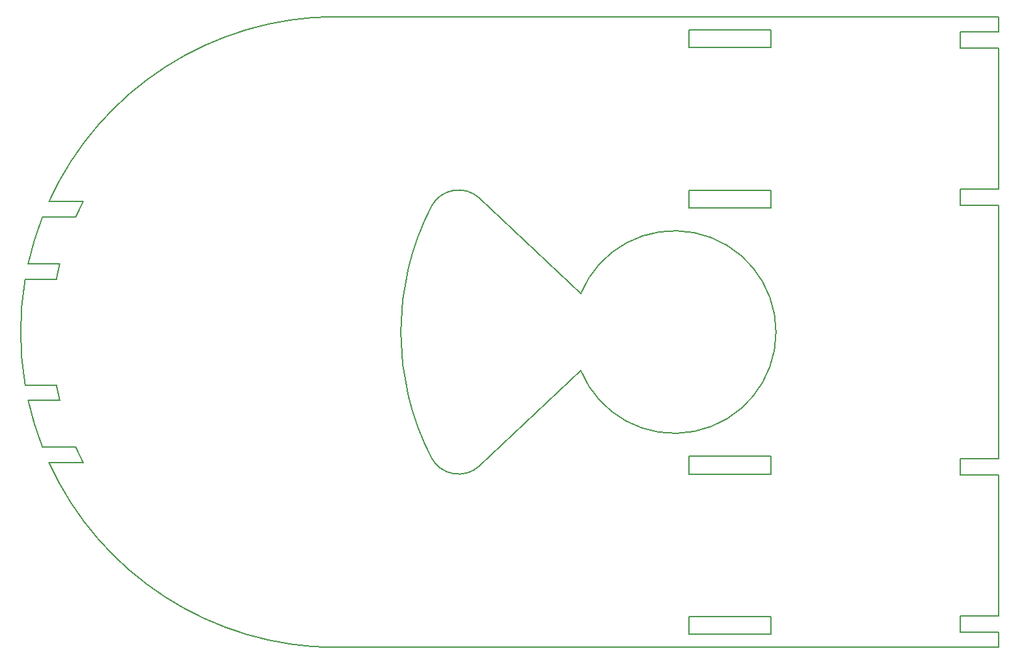
<source format=gbr>
%TF.GenerationSoftware,KiCad,Pcbnew,7.0.10-7.0.10~ubuntu22.04.1*%
%TF.CreationDate,2024-04-24T18:12:55-04:00*%
%TF.ProjectId,little_red_rover,6c697474-6c65-45f7-9265-645f726f7665,rev?*%
%TF.SameCoordinates,Original*%
%TF.FileFunction,Profile,NP*%
%FSLAX46Y46*%
G04 Gerber Fmt 4.6, Leading zero omitted, Abs format (unit mm)*
G04 Created by KiCad (PCBNEW 7.0.10-7.0.10~ubuntu22.04.1) date 2024-04-24 18:12:55*
%MOMM*%
%LPD*%
G01*
G04 APERTURE LIST*
%TA.AperFunction,Profile*%
%ADD10C,0.200000*%
%TD*%
G04 APERTURE END LIST*
D10*
X184024805Y-137000000D02*
X173424805Y-137000000D01*
X127524805Y-141000000D02*
X213724805Y-141000000D01*
X91508142Y-91000000D02*
X87400000Y-91000000D01*
X213724805Y-62900000D02*
X208724805Y-62900000D01*
X87008143Y-93000000D02*
G75*
G03*
X87008143Y-106800000I40516657J-6900000D01*
G01*
X173424805Y-81400000D02*
X184024805Y-81400000D01*
X173424805Y-116100000D02*
X184024805Y-116100000D01*
X213724805Y-60800000D02*
X208724805Y-60800000D01*
X184024805Y-60500000D02*
X173424805Y-60500000D01*
X87400000Y-108800000D02*
X91508142Y-108800000D01*
X173424805Y-137000000D02*
X173424805Y-139300000D01*
X208724805Y-136900000D02*
X208724805Y-139000000D01*
X159308423Y-104900000D02*
X146166333Y-117320432D01*
X127524805Y-58800000D02*
X213724805Y-58800000D01*
X91072096Y-106800000D02*
X87008142Y-106800000D01*
X139864729Y-83551414D02*
G75*
G03*
X139864729Y-116248586I31660071J-16348586D01*
G01*
X213724805Y-116400000D02*
X208724805Y-116400000D01*
X184024805Y-116100000D02*
X184024805Y-118400000D01*
X90105421Y-116900002D02*
G75*
G03*
X127524805Y-141000000I37419379J17000002D01*
G01*
X213724805Y-118500000D02*
X208724805Y-118500000D01*
X208724805Y-139000000D02*
X213724805Y-139000000D01*
X184024805Y-83700000D02*
X184024805Y-81400000D01*
X93592372Y-114900000D02*
G75*
G03*
X94548905Y-116900000I33932828J15000200D01*
G01*
X184024805Y-137000000D02*
X184024805Y-139300000D01*
X173424805Y-116100000D02*
X173424805Y-118400000D01*
X89259808Y-114900000D02*
X93592372Y-114900000D01*
X184024805Y-62800000D02*
X184024805Y-60500000D01*
X213724805Y-141000000D02*
X213724805Y-139000000D01*
X93592372Y-84900000D02*
X89259808Y-84900000D01*
X208724805Y-116400000D02*
X208724805Y-118500000D01*
X127524805Y-58800005D02*
G75*
G03*
X90105425Y-82900000I-5J-41099995D01*
G01*
X213724805Y-136900000D02*
X208724805Y-136900000D01*
X213724805Y-81300000D02*
X213724805Y-62900000D01*
X139864656Y-116248624D02*
G75*
G03*
X146166333Y-117320432I3554144J1835324D01*
G01*
X159308424Y-104900000D02*
G75*
G03*
X159308424Y-94900000I12216376J5000000D01*
G01*
X173424805Y-62800000D02*
X173424805Y-60500000D01*
X87399994Y-108800001D02*
G75*
G03*
X89259808Y-114900000I40124006J8899801D01*
G01*
X89259815Y-84900003D02*
G75*
G03*
X87400000Y-91000000I38265485J-15000197D01*
G01*
X94548905Y-82900000D02*
G75*
G03*
X93592372Y-84900000I32976295J-17000200D01*
G01*
X91072094Y-106800000D02*
G75*
G03*
X91508143Y-108800000I36453406J6900200D01*
G01*
X90105425Y-82900000D02*
X94548905Y-82900000D01*
X213724805Y-81300000D02*
X208724805Y-81300000D01*
X184024805Y-139300000D02*
X173424805Y-139300000D01*
X90105425Y-116900000D02*
X94548905Y-116900000D01*
X208724805Y-81300000D02*
X208724805Y-83400000D01*
X173424805Y-83700000D02*
X184024805Y-83700000D01*
X208724805Y-60800000D02*
X208724805Y-62900000D01*
X91508146Y-91000001D02*
G75*
G03*
X91072097Y-93000000I36017354J-8900199D01*
G01*
X208724805Y-83400000D02*
X213724805Y-83400000D01*
X146166276Y-82479629D02*
G75*
G03*
X139864730Y-83551414I-2747476J-2907071D01*
G01*
X159308423Y-94900000D02*
X146166333Y-82479568D01*
X173424805Y-83700000D02*
X173424805Y-81400000D01*
X173424805Y-118400000D02*
X184024805Y-118400000D01*
X213724805Y-60800000D02*
X213724805Y-58800000D01*
X91072096Y-93000000D02*
X87008142Y-93000000D01*
X184024805Y-62800000D02*
X173424805Y-62800000D01*
X213724805Y-116400000D02*
X213724805Y-83400000D01*
X213724805Y-136900000D02*
X213724805Y-118500000D01*
M02*

</source>
